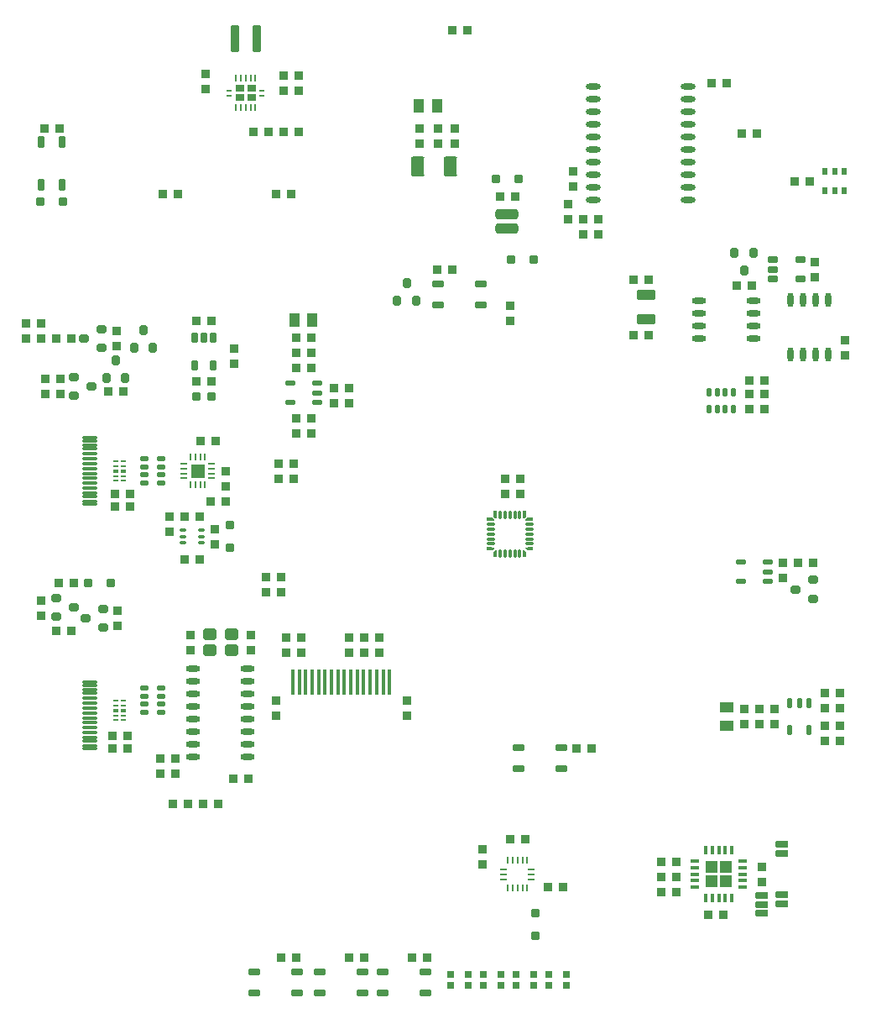
<source format=gtp>
G04*
G04 #@! TF.GenerationSoftware,Altium Limited,Altium Designer,19.1.5 (86)*
G04*
G04 Layer_Color=8421504*
%FSLAX25Y25*%
%MOIN*%
G70*
G01*
G75*
%ADD20R,0.01968X0.01024*%
%ADD21R,0.03740X0.02677*%
%ADD22R,0.04725X0.04724*%
%ADD23R,0.04724X0.04724*%
G04:AMPARAMS|DCode=24|XSize=50mil|YSize=80mil|CornerRadius=5mil|HoleSize=0mil|Usage=FLASHONLY|Rotation=180.000|XOffset=0mil|YOffset=0mil|HoleType=Round|Shape=RoundedRectangle|*
%AMROUNDEDRECTD24*
21,1,0.05000,0.07000,0,0,180.0*
21,1,0.04000,0.08000,0,0,180.0*
1,1,0.01000,-0.02000,0.03500*
1,1,0.01000,0.02000,0.03500*
1,1,0.01000,0.02000,-0.03500*
1,1,0.01000,-0.02000,-0.03500*
%
%ADD24ROUNDEDRECTD24*%
G04:AMPARAMS|DCode=25|XSize=35.43mil|YSize=31.5mil|CornerRadius=3.94mil|HoleSize=0mil|Usage=FLASHONLY|Rotation=0.000|XOffset=0mil|YOffset=0mil|HoleType=Round|Shape=RoundedRectangle|*
%AMROUNDEDRECTD25*
21,1,0.03543,0.02362,0,0,0.0*
21,1,0.02756,0.03150,0,0,0.0*
1,1,0.00787,0.01378,-0.01181*
1,1,0.00787,-0.01378,-0.01181*
1,1,0.00787,-0.01378,0.01181*
1,1,0.00787,0.01378,0.01181*
%
%ADD25ROUNDEDRECTD25*%
G04:AMPARAMS|DCode=26|XSize=42.5mil|YSize=55mil|CornerRadius=4.25mil|HoleSize=0mil|Usage=FLASHONLY|Rotation=0.000|XOffset=0mil|YOffset=0mil|HoleType=Round|Shape=RoundedRectangle|*
%AMROUNDEDRECTD26*
21,1,0.04250,0.04650,0,0,0.0*
21,1,0.03400,0.05500,0,0,0.0*
1,1,0.00850,0.01700,-0.02325*
1,1,0.00850,-0.01700,-0.02325*
1,1,0.00850,-0.01700,0.02325*
1,1,0.00850,0.01700,0.02325*
%
%ADD26ROUNDEDRECTD26*%
G04:AMPARAMS|DCode=27|XSize=31.5mil|YSize=31.5mil|CornerRadius=3.15mil|HoleSize=0mil|Usage=FLASHONLY|Rotation=0.000|XOffset=0mil|YOffset=0mil|HoleType=Round|Shape=RoundedRectangle|*
%AMROUNDEDRECTD27*
21,1,0.03150,0.02520,0,0,0.0*
21,1,0.02520,0.03150,0,0,0.0*
1,1,0.00630,0.01260,-0.01260*
1,1,0.00630,-0.01260,-0.01260*
1,1,0.00630,-0.01260,0.01260*
1,1,0.00630,0.01260,0.01260*
%
%ADD27ROUNDEDRECTD27*%
%ADD28O,0.00906X0.03150*%
G04:AMPARAMS|DCode=29|XSize=12mil|YSize=22mil|CornerRadius=3mil|HoleSize=0mil|Usage=FLASHONLY|Rotation=180.000|XOffset=0mil|YOffset=0mil|HoleType=Round|Shape=RoundedRectangle|*
%AMROUNDEDRECTD29*
21,1,0.01200,0.01600,0,0,180.0*
21,1,0.00600,0.02200,0,0,180.0*
1,1,0.00600,-0.00300,0.00800*
1,1,0.00600,0.00300,0.00800*
1,1,0.00600,0.00300,-0.00800*
1,1,0.00600,-0.00300,-0.00800*
%
%ADD29ROUNDEDRECTD29*%
G04:AMPARAMS|DCode=30|XSize=12mil|YSize=32mil|CornerRadius=3mil|HoleSize=0mil|Usage=FLASHONLY|Rotation=180.000|XOffset=0mil|YOffset=0mil|HoleType=Round|Shape=RoundedRectangle|*
%AMROUNDEDRECTD30*
21,1,0.01200,0.02600,0,0,180.0*
21,1,0.00600,0.03200,0,0,180.0*
1,1,0.00600,-0.00300,0.01300*
1,1,0.00600,0.00300,0.01300*
1,1,0.00600,0.00300,-0.01300*
1,1,0.00600,-0.00300,-0.01300*
%
%ADD30ROUNDEDRECTD30*%
G04:AMPARAMS|DCode=31|XSize=12mil|YSize=22mil|CornerRadius=3mil|HoleSize=0mil|Usage=FLASHONLY|Rotation=90.000|XOffset=0mil|YOffset=0mil|HoleType=Round|Shape=RoundedRectangle|*
%AMROUNDEDRECTD31*
21,1,0.01200,0.01600,0,0,90.0*
21,1,0.00600,0.02200,0,0,90.0*
1,1,0.00600,0.00800,0.00300*
1,1,0.00600,0.00800,-0.00300*
1,1,0.00600,-0.00800,-0.00300*
1,1,0.00600,-0.00800,0.00300*
%
%ADD31ROUNDEDRECTD31*%
G04:AMPARAMS|DCode=32|XSize=12mil|YSize=32mil|CornerRadius=3mil|HoleSize=0mil|Usage=FLASHONLY|Rotation=90.000|XOffset=0mil|YOffset=0mil|HoleType=Round|Shape=RoundedRectangle|*
%AMROUNDEDRECTD32*
21,1,0.01200,0.02600,0,0,90.0*
21,1,0.00600,0.03200,0,0,90.0*
1,1,0.00600,0.01300,0.00300*
1,1,0.00600,0.01300,-0.00300*
1,1,0.00600,-0.01300,-0.00300*
1,1,0.00600,-0.01300,0.00300*
%
%ADD32ROUNDEDRECTD32*%
G04:AMPARAMS|DCode=33|XSize=43.31mil|YSize=94.49mil|CornerRadius=17.32mil|HoleSize=0mil|Usage=FLASHONLY|Rotation=90.000|XOffset=0mil|YOffset=0mil|HoleType=Round|Shape=RoundedRectangle|*
%AMROUNDEDRECTD33*
21,1,0.04331,0.05984,0,0,90.0*
21,1,0.00866,0.09449,0,0,90.0*
1,1,0.03465,0.02992,0.00433*
1,1,0.03465,0.02992,-0.00433*
1,1,0.03465,-0.02992,-0.00433*
1,1,0.03465,-0.02992,0.00433*
%
%ADD33ROUNDEDRECTD33*%
%ADD34R,0.01260X0.10000*%
%ADD35O,0.05906X0.02362*%
%ADD36R,0.01968X0.03150*%
%ADD37R,0.02756X0.01102*%
%ADD38R,0.01102X0.02756*%
G04:AMPARAMS|DCode=39|XSize=23.62mil|YSize=43.31mil|CornerRadius=5.91mil|HoleSize=0mil|Usage=FLASHONLY|Rotation=90.000|XOffset=0mil|YOffset=0mil|HoleType=Round|Shape=RoundedRectangle|*
%AMROUNDEDRECTD39*
21,1,0.02362,0.03150,0,0,90.0*
21,1,0.01181,0.04331,0,0,90.0*
1,1,0.01181,0.01575,0.00591*
1,1,0.01181,0.01575,-0.00591*
1,1,0.01181,-0.01575,-0.00591*
1,1,0.01181,-0.01575,0.00591*
%
%ADD39ROUNDEDRECTD39*%
G04:AMPARAMS|DCode=40|XSize=31.5mil|YSize=106.3mil|CornerRadius=3.94mil|HoleSize=0mil|Usage=FLASHONLY|Rotation=180.000|XOffset=0mil|YOffset=0mil|HoleType=Round|Shape=RoundedRectangle|*
%AMROUNDEDRECTD40*
21,1,0.03150,0.09843,0,0,180.0*
21,1,0.02362,0.10630,0,0,180.0*
1,1,0.00787,-0.01181,0.04921*
1,1,0.00787,0.01181,0.04921*
1,1,0.00787,0.01181,-0.04921*
1,1,0.00787,-0.01181,-0.04921*
%
%ADD40ROUNDEDRECTD40*%
G04:AMPARAMS|DCode=41|XSize=11.81mil|YSize=25.98mil|CornerRadius=2.95mil|HoleSize=0mil|Usage=FLASHONLY|Rotation=90.000|XOffset=0mil|YOffset=0mil|HoleType=Round|Shape=RoundedRectangle|*
%AMROUNDEDRECTD41*
21,1,0.01181,0.02008,0,0,90.0*
21,1,0.00591,0.02598,0,0,90.0*
1,1,0.00591,0.01004,0.00295*
1,1,0.00591,0.01004,-0.00295*
1,1,0.00591,-0.01004,-0.00295*
1,1,0.00591,-0.01004,0.00295*
%
%ADD41ROUNDEDRECTD41*%
%ADD42R,0.05709X0.05709*%
%ADD43O,0.00984X0.02756*%
%ADD44O,0.02756X0.00984*%
G04:AMPARAMS|DCode=45|XSize=36.42mil|YSize=15.75mil|CornerRadius=3.94mil|HoleSize=0mil|Usage=FLASHONLY|Rotation=0.000|XOffset=0mil|YOffset=0mil|HoleType=Round|Shape=RoundedRectangle|*
%AMROUNDEDRECTD45*
21,1,0.03642,0.00787,0,0,0.0*
21,1,0.02854,0.01575,0,0,0.0*
1,1,0.00787,0.01427,-0.00394*
1,1,0.00787,-0.01427,-0.00394*
1,1,0.00787,-0.01427,0.00394*
1,1,0.00787,0.01427,0.00394*
%
%ADD45ROUNDEDRECTD45*%
G04:AMPARAMS|DCode=46|XSize=36.42mil|YSize=15.75mil|CornerRadius=3.94mil|HoleSize=0mil|Usage=FLASHONLY|Rotation=90.000|XOffset=0mil|YOffset=0mil|HoleType=Round|Shape=RoundedRectangle|*
%AMROUNDEDRECTD46*
21,1,0.03642,0.00787,0,0,90.0*
21,1,0.02854,0.01575,0,0,90.0*
1,1,0.00787,0.00394,0.01427*
1,1,0.00787,0.00394,-0.01427*
1,1,0.00787,-0.00394,-0.01427*
1,1,0.00787,-0.00394,0.01427*
%
%ADD46ROUNDEDRECTD46*%
G04:AMPARAMS|DCode=47|XSize=39.37mil|YSize=70.87mil|CornerRadius=4.92mil|HoleSize=0mil|Usage=FLASHONLY|Rotation=90.000|XOffset=0mil|YOffset=0mil|HoleType=Round|Shape=RoundedRectangle|*
%AMROUNDEDRECTD47*
21,1,0.03937,0.06102,0,0,90.0*
21,1,0.02953,0.07087,0,0,90.0*
1,1,0.00984,0.03051,0.01476*
1,1,0.00984,0.03051,-0.01476*
1,1,0.00984,-0.03051,-0.01476*
1,1,0.00984,-0.03051,0.01476*
%
%ADD47ROUNDEDRECTD47*%
%ADD48O,0.05709X0.02362*%
G04:AMPARAMS|DCode=49|XSize=27.56mil|YSize=27.56mil|CornerRadius=4.13mil|HoleSize=0mil|Usage=FLASHONLY|Rotation=0.000|XOffset=0mil|YOffset=0mil|HoleType=Round|Shape=RoundedRectangle|*
%AMROUNDEDRECTD49*
21,1,0.02756,0.01929,0,0,0.0*
21,1,0.01929,0.02756,0,0,0.0*
1,1,0.00827,0.00965,-0.00965*
1,1,0.00827,-0.00965,-0.00965*
1,1,0.00827,-0.00965,0.00965*
1,1,0.00827,0.00965,0.00965*
%
%ADD49ROUNDEDRECTD49*%
G04:AMPARAMS|DCode=50|XSize=25mil|YSize=50mil|CornerRadius=3.13mil|HoleSize=0mil|Usage=FLASHONLY|Rotation=90.000|XOffset=0mil|YOffset=0mil|HoleType=Round|Shape=RoundedRectangle|*
%AMROUNDEDRECTD50*
21,1,0.02500,0.04375,0,0,90.0*
21,1,0.01875,0.05000,0,0,90.0*
1,1,0.00625,0.02188,0.00938*
1,1,0.00625,0.02188,-0.00938*
1,1,0.00625,-0.02188,-0.00938*
1,1,0.00625,-0.02188,0.00938*
%
%ADD50ROUNDEDRECTD50*%
G04:AMPARAMS|DCode=51|XSize=7.87mil|YSize=20.67mil|CornerRadius=1.97mil|HoleSize=0mil|Usage=FLASHONLY|Rotation=90.000|XOffset=0mil|YOffset=0mil|HoleType=Round|Shape=RoundedRectangle|*
%AMROUNDEDRECTD51*
21,1,0.00787,0.01673,0,0,90.0*
21,1,0.00394,0.02067,0,0,90.0*
1,1,0.00394,0.00837,0.00197*
1,1,0.00394,0.00837,-0.00197*
1,1,0.00394,-0.00837,-0.00197*
1,1,0.00394,-0.00837,0.00197*
%
%ADD51ROUNDEDRECTD51*%
G04:AMPARAMS|DCode=52|XSize=15.75mil|YSize=20.67mil|CornerRadius=3.94mil|HoleSize=0mil|Usage=FLASHONLY|Rotation=90.000|XOffset=0mil|YOffset=0mil|HoleType=Round|Shape=RoundedRectangle|*
%AMROUNDEDRECTD52*
21,1,0.01575,0.01280,0,0,90.0*
21,1,0.00787,0.02067,0,0,90.0*
1,1,0.00787,0.00640,0.00394*
1,1,0.00787,0.00640,-0.00394*
1,1,0.00787,-0.00640,-0.00394*
1,1,0.00787,-0.00640,0.00394*
%
%ADD52ROUNDEDRECTD52*%
G04:AMPARAMS|DCode=53|XSize=35.43mil|YSize=31.5mil|CornerRadius=3.94mil|HoleSize=0mil|Usage=FLASHONLY|Rotation=90.000|XOffset=0mil|YOffset=0mil|HoleType=Round|Shape=RoundedRectangle|*
%AMROUNDEDRECTD53*
21,1,0.03543,0.02362,0,0,90.0*
21,1,0.02756,0.03150,0,0,90.0*
1,1,0.00787,0.01181,0.01378*
1,1,0.00787,0.01181,-0.01378*
1,1,0.00787,-0.01181,-0.01378*
1,1,0.00787,-0.01181,0.01378*
%
%ADD53ROUNDEDRECTD53*%
G04:AMPARAMS|DCode=54|XSize=17.72mil|YSize=35.43mil|CornerRadius=4.43mil|HoleSize=0mil|Usage=FLASHONLY|Rotation=270.000|XOffset=0mil|YOffset=0mil|HoleType=Round|Shape=RoundedRectangle|*
%AMROUNDEDRECTD54*
21,1,0.01772,0.02657,0,0,270.0*
21,1,0.00886,0.03543,0,0,270.0*
1,1,0.00886,-0.01329,-0.00443*
1,1,0.00886,-0.01329,0.00443*
1,1,0.00886,0.01329,0.00443*
1,1,0.00886,0.01329,-0.00443*
%
%ADD54ROUNDEDRECTD54*%
G04:AMPARAMS|DCode=55|XSize=59.06mil|YSize=11.81mil|CornerRadius=2.95mil|HoleSize=0mil|Usage=FLASHONLY|Rotation=0.000|XOffset=0mil|YOffset=0mil|HoleType=Round|Shape=RoundedRectangle|*
%AMROUNDEDRECTD55*
21,1,0.05906,0.00591,0,0,0.0*
21,1,0.05315,0.01181,0,0,0.0*
1,1,0.00591,0.02657,-0.00295*
1,1,0.00591,-0.02657,-0.00295*
1,1,0.00591,-0.02657,0.00295*
1,1,0.00591,0.02657,0.00295*
%
%ADD55ROUNDEDRECTD55*%
G04:AMPARAMS|DCode=56|XSize=45.28mil|YSize=55.12mil|CornerRadius=11.32mil|HoleSize=0mil|Usage=FLASHONLY|Rotation=270.000|XOffset=0mil|YOffset=0mil|HoleType=Round|Shape=RoundedRectangle|*
%AMROUNDEDRECTD56*
21,1,0.04528,0.03248,0,0,270.0*
21,1,0.02264,0.05512,0,0,270.0*
1,1,0.02264,-0.01624,-0.01132*
1,1,0.02264,-0.01624,0.01132*
1,1,0.02264,0.01624,0.01132*
1,1,0.02264,0.01624,-0.01132*
%
%ADD56ROUNDEDRECTD56*%
G04:AMPARAMS|DCode=57|XSize=31.58mil|YSize=38.27mil|CornerRadius=7.89mil|HoleSize=0mil|Usage=FLASHONLY|Rotation=270.000|XOffset=0mil|YOffset=0mil|HoleType=Round|Shape=RoundedRectangle|*
%AMROUNDEDRECTD57*
21,1,0.03158,0.02248,0,0,270.0*
21,1,0.01579,0.03827,0,0,270.0*
1,1,0.01579,-0.01124,-0.00789*
1,1,0.01579,-0.01124,0.00789*
1,1,0.01579,0.01124,0.00789*
1,1,0.01579,0.01124,-0.00789*
%
%ADD57ROUNDEDRECTD57*%
G04:AMPARAMS|DCode=58|XSize=35mil|YSize=35mil|CornerRadius=4.38mil|HoleSize=0mil|Usage=FLASHONLY|Rotation=90.000|XOffset=0mil|YOffset=0mil|HoleType=Round|Shape=RoundedRectangle|*
%AMROUNDEDRECTD58*
21,1,0.03500,0.02625,0,0,90.0*
21,1,0.02625,0.03500,0,0,90.0*
1,1,0.00875,0.01313,0.01313*
1,1,0.00875,0.01313,-0.01313*
1,1,0.00875,-0.01313,-0.01313*
1,1,0.00875,-0.01313,0.01313*
%
%ADD58ROUNDEDRECTD58*%
G04:AMPARAMS|DCode=59|XSize=35mil|YSize=35mil|CornerRadius=3.5mil|HoleSize=0mil|Usage=FLASHONLY|Rotation=90.000|XOffset=0mil|YOffset=0mil|HoleType=Round|Shape=RoundedRectangle|*
%AMROUNDEDRECTD59*
21,1,0.03500,0.02800,0,0,90.0*
21,1,0.02800,0.03500,0,0,90.0*
1,1,0.00700,0.01400,0.01400*
1,1,0.00700,0.01400,-0.01400*
1,1,0.00700,-0.01400,-0.01400*
1,1,0.00700,-0.01400,0.01400*
%
%ADD59ROUNDEDRECTD59*%
G04:AMPARAMS|DCode=60|XSize=42.5mil|YSize=55mil|CornerRadius=4.25mil|HoleSize=0mil|Usage=FLASHONLY|Rotation=90.000|XOffset=0mil|YOffset=0mil|HoleType=Round|Shape=RoundedRectangle|*
%AMROUNDEDRECTD60*
21,1,0.04250,0.04650,0,0,90.0*
21,1,0.03400,0.05500,0,0,90.0*
1,1,0.00850,0.02325,0.01700*
1,1,0.00850,0.02325,-0.01700*
1,1,0.00850,-0.02325,-0.01700*
1,1,0.00850,-0.02325,0.01700*
%
%ADD60ROUNDEDRECTD60*%
G04:AMPARAMS|DCode=61|XSize=21.65mil|YSize=39.37mil|CornerRadius=5.41mil|HoleSize=0mil|Usage=FLASHONLY|Rotation=0.000|XOffset=0mil|YOffset=0mil|HoleType=Round|Shape=RoundedRectangle|*
%AMROUNDEDRECTD61*
21,1,0.02165,0.02854,0,0,0.0*
21,1,0.01083,0.03937,0,0,0.0*
1,1,0.01083,0.00541,-0.01427*
1,1,0.01083,-0.00541,-0.01427*
1,1,0.01083,-0.00541,0.01427*
1,1,0.01083,0.00541,0.01427*
%
%ADD61ROUNDEDRECTD61*%
G04:AMPARAMS|DCode=62|XSize=25.59mil|YSize=47.24mil|CornerRadius=3.2mil|HoleSize=0mil|Usage=FLASHONLY|Rotation=90.000|XOffset=0mil|YOffset=0mil|HoleType=Round|Shape=RoundedRectangle|*
%AMROUNDEDRECTD62*
21,1,0.02559,0.04085,0,0,90.0*
21,1,0.01919,0.04724,0,0,90.0*
1,1,0.00640,0.02042,0.00960*
1,1,0.00640,0.02042,-0.00960*
1,1,0.00640,-0.02042,-0.00960*
1,1,0.00640,-0.02042,0.00960*
%
%ADD62ROUNDEDRECTD62*%
G04:AMPARAMS|DCode=63|XSize=35mil|YSize=35mil|CornerRadius=4.38mil|HoleSize=0mil|Usage=FLASHONLY|Rotation=180.000|XOffset=0mil|YOffset=0mil|HoleType=Round|Shape=RoundedRectangle|*
%AMROUNDEDRECTD63*
21,1,0.03500,0.02625,0,0,180.0*
21,1,0.02625,0.03500,0,0,180.0*
1,1,0.00875,-0.01313,0.01313*
1,1,0.00875,0.01313,0.01313*
1,1,0.00875,0.01313,-0.01313*
1,1,0.00875,-0.01313,-0.01313*
%
%ADD63ROUNDEDRECTD63*%
G04:AMPARAMS|DCode=64|XSize=35mil|YSize=35mil|CornerRadius=3.5mil|HoleSize=0mil|Usage=FLASHONLY|Rotation=0.000|XOffset=0mil|YOffset=0mil|HoleType=Round|Shape=RoundedRectangle|*
%AMROUNDEDRECTD64*
21,1,0.03500,0.02800,0,0,0.0*
21,1,0.02800,0.03500,0,0,0.0*
1,1,0.00700,0.01400,-0.01400*
1,1,0.00700,-0.01400,-0.01400*
1,1,0.00700,-0.01400,0.01400*
1,1,0.00700,0.01400,0.01400*
%
%ADD64ROUNDEDRECTD64*%
G04:AMPARAMS|DCode=65|XSize=31.58mil|YSize=38.27mil|CornerRadius=7.89mil|HoleSize=0mil|Usage=FLASHONLY|Rotation=180.000|XOffset=0mil|YOffset=0mil|HoleType=Round|Shape=RoundedRectangle|*
%AMROUNDEDRECTD65*
21,1,0.03158,0.02248,0,0,180.0*
21,1,0.01579,0.03827,0,0,180.0*
1,1,0.01579,-0.00789,0.01124*
1,1,0.01579,0.00789,0.01124*
1,1,0.01579,0.00789,-0.01124*
1,1,0.01579,-0.00789,-0.01124*
%
%ADD65ROUNDEDRECTD65*%
G04:AMPARAMS|DCode=66|XSize=17.72mil|YSize=35.43mil|CornerRadius=4.43mil|HoleSize=0mil|Usage=FLASHONLY|Rotation=180.000|XOffset=0mil|YOffset=0mil|HoleType=Round|Shape=RoundedRectangle|*
%AMROUNDEDRECTD66*
21,1,0.01772,0.02657,0,0,180.0*
21,1,0.00886,0.03543,0,0,180.0*
1,1,0.00886,-0.00443,0.01329*
1,1,0.00886,0.00443,0.01329*
1,1,0.00886,0.00443,-0.01329*
1,1,0.00886,-0.00443,-0.01329*
%
%ADD66ROUNDEDRECTD66*%
G04:AMPARAMS|DCode=67|XSize=23.62mil|YSize=43.31mil|CornerRadius=5.91mil|HoleSize=0mil|Usage=FLASHONLY|Rotation=0.000|XOffset=0mil|YOffset=0mil|HoleType=Round|Shape=RoundedRectangle|*
%AMROUNDEDRECTD67*
21,1,0.02362,0.03150,0,0,0.0*
21,1,0.01181,0.04331,0,0,0.0*
1,1,0.01181,0.00591,-0.01575*
1,1,0.01181,-0.00591,-0.01575*
1,1,0.01181,-0.00591,0.01575*
1,1,0.01181,0.00591,0.01575*
%
%ADD67ROUNDEDRECTD67*%
G04:AMPARAMS|DCode=68|XSize=21.65mil|YSize=39.37mil|CornerRadius=5.41mil|HoleSize=0mil|Usage=FLASHONLY|Rotation=270.000|XOffset=0mil|YOffset=0mil|HoleType=Round|Shape=RoundedRectangle|*
%AMROUNDEDRECTD68*
21,1,0.02165,0.02854,0,0,270.0*
21,1,0.01083,0.03937,0,0,270.0*
1,1,0.01083,-0.01427,-0.00541*
1,1,0.01083,-0.01427,0.00541*
1,1,0.01083,0.01427,0.00541*
1,1,0.01083,0.01427,-0.00541*
%
%ADD68ROUNDEDRECTD68*%
%ADD69O,0.02362X0.05709*%
G04:AMPARAMS|DCode=70|XSize=25.59mil|YSize=47.24mil|CornerRadius=3.2mil|HoleSize=0mil|Usage=FLASHONLY|Rotation=180.000|XOffset=0mil|YOffset=0mil|HoleType=Round|Shape=RoundedRectangle|*
%AMROUNDEDRECTD70*
21,1,0.02559,0.04085,0,0,180.0*
21,1,0.01919,0.04724,0,0,180.0*
1,1,0.00640,-0.00960,0.02042*
1,1,0.00640,0.00960,0.02042*
1,1,0.00640,0.00960,-0.02042*
1,1,0.00640,-0.00960,-0.02042*
%
%ADD70ROUNDEDRECTD70*%
G36*
X-6300Y-15800D02*
X-7000Y-16500D01*
X-7400D01*
Y-15300D01*
X-6300D01*
Y-15800D01*
D02*
G37*
G36*
X-5300Y-17400D02*
X-6500D01*
Y-17000D01*
X-5800Y-16300D01*
X-5300D01*
Y-17400D01*
D02*
G37*
G36*
Y-3700D02*
X-5800D01*
X-6500Y-3000D01*
Y-2600D01*
X-5300D01*
Y-3700D01*
D02*
G37*
G36*
X-6300Y-4200D02*
Y-4700D01*
X-7400D01*
Y-3500D01*
X-7000D01*
X-6300Y-4200D01*
D02*
G37*
G36*
X7400Y-16500D02*
X7000D01*
X6300Y-15800D01*
Y-15300D01*
X7400D01*
Y-16500D01*
D02*
G37*
G36*
X6500Y-17000D02*
Y-17400D01*
X5300D01*
Y-16300D01*
X5800D01*
X6500Y-17000D01*
D02*
G37*
G36*
Y-3000D02*
X5800Y-3700D01*
X5300D01*
Y-2600D01*
X6500D01*
Y-3000D01*
D02*
G37*
G36*
X7400Y-4700D02*
X6300D01*
Y-4200D01*
X7000Y-3500D01*
X7400D01*
Y-4700D01*
D02*
G37*
D20*
X-111417Y165984D02*
D03*
X-111417Y164016D02*
D03*
X-98582Y164015D02*
D03*
X-98582Y165984D02*
D03*
D21*
X-107303Y166772D02*
D03*
Y163228D02*
D03*
X-102697Y163228D02*
D03*
X-102697Y166772D02*
D03*
D22*
X85953Y-147952D02*
D03*
X80047D02*
D03*
D23*
X85953Y-142047D02*
D03*
X80047D02*
D03*
D24*
X-36500Y136000D02*
D03*
X-23500D02*
D03*
D25*
X9528Y99000D02*
D03*
X472D02*
D03*
X-167527Y-29500D02*
D03*
X-158472D02*
D03*
X-177472Y122000D02*
D03*
X-186528D02*
D03*
X-5528Y131000D02*
D03*
X3528D02*
D03*
D26*
X-36126Y160000D02*
D03*
X-28874D02*
D03*
X-85626Y75000D02*
D03*
X-78374D02*
D03*
D27*
X-124500Y44500D02*
D03*
X-118500D02*
D03*
D28*
X-101063Y159193D02*
D03*
X-103032D02*
D03*
X-105000D02*
D03*
X-106968D02*
D03*
X-108937D02*
D03*
Y170807D02*
D03*
X-106968D02*
D03*
X-105000D02*
D03*
X-103032D02*
D03*
X-101063D02*
D03*
D29*
X5906Y-1850D02*
D03*
X-5906D02*
D03*
Y-18150D02*
D03*
X5906D02*
D03*
D30*
X3937Y-2350D02*
D03*
X1969D02*
D03*
X0D02*
D03*
X-1969D02*
D03*
X-3937D02*
D03*
Y-17650D02*
D03*
X-1969D02*
D03*
X0D02*
D03*
X1969D02*
D03*
X3937D02*
D03*
D31*
X-8150Y-4095D02*
D03*
Y-15905D02*
D03*
X8150D02*
D03*
Y-4095D02*
D03*
D32*
X-7650Y-6063D02*
D03*
Y-8032D02*
D03*
Y-10000D02*
D03*
Y-11969D02*
D03*
Y-13937D02*
D03*
X7650D02*
D03*
Y-11969D02*
D03*
Y-10000D02*
D03*
Y-8032D02*
D03*
Y-6063D02*
D03*
D33*
X-1315Y111047D02*
D03*
Y116953D02*
D03*
D34*
X-75957Y-68728D02*
D03*
X-83634D02*
D03*
X-50366D02*
D03*
X-58043D02*
D03*
X-86193D02*
D03*
X-78516D02*
D03*
X-81075D02*
D03*
X-68279D02*
D03*
X-70839D02*
D03*
X-73398D02*
D03*
X-60602D02*
D03*
X-63161D02*
D03*
X-65720D02*
D03*
X-52925D02*
D03*
X-55484D02*
D03*
X-47807D02*
D03*
D35*
X33268Y167500D02*
D03*
Y162500D02*
D03*
Y157500D02*
D03*
Y152500D02*
D03*
Y147500D02*
D03*
Y142500D02*
D03*
Y137500D02*
D03*
Y132500D02*
D03*
Y127500D02*
D03*
Y122500D02*
D03*
X70669Y167500D02*
D03*
Y162500D02*
D03*
Y157500D02*
D03*
Y152500D02*
D03*
Y147500D02*
D03*
Y142500D02*
D03*
Y137500D02*
D03*
Y132500D02*
D03*
Y127500D02*
D03*
Y122500D02*
D03*
D36*
X132937Y133937D02*
D03*
X129000D02*
D03*
X125063D02*
D03*
Y126063D02*
D03*
X129000D02*
D03*
X132937D02*
D03*
D37*
X8512Y-143032D02*
D03*
Y-145000D02*
D03*
Y-146968D02*
D03*
X-2512D02*
D03*
Y-145000D02*
D03*
Y-143032D02*
D03*
D38*
X6937Y-150512D02*
D03*
X4968D02*
D03*
X3000D02*
D03*
X1031D02*
D03*
X-937D02*
D03*
Y-139488D02*
D03*
X1031D02*
D03*
X3000D02*
D03*
X4968D02*
D03*
X6937D02*
D03*
D39*
X104488Y98709D02*
D03*
Y94968D02*
D03*
Y91228D02*
D03*
X115512D02*
D03*
Y98709D02*
D03*
D40*
X-109330Y186379D02*
D03*
X-100669D02*
D03*
D41*
X-122559Y-8441D02*
D03*
Y-11000D02*
D03*
Y-13559D02*
D03*
X-129803D02*
D03*
Y-11000D02*
D03*
Y-8441D02*
D03*
D42*
X-124000Y15000D02*
D03*
D43*
X-121047Y20512D02*
D03*
X-123016D02*
D03*
X-124984D02*
D03*
X-126953D02*
D03*
X-121047Y9488D02*
D03*
X-123016D02*
D03*
X-124984D02*
D03*
X-126953D02*
D03*
D44*
X-118488Y12047D02*
D03*
Y14016D02*
D03*
Y15984D02*
D03*
Y17953D02*
D03*
X-129512Y12047D02*
D03*
Y14016D02*
D03*
Y15984D02*
D03*
Y17953D02*
D03*
D45*
X73404Y-150118D02*
D03*
X92596D02*
D03*
Y-147559D02*
D03*
Y-145000D02*
D03*
Y-142441D02*
D03*
Y-139882D02*
D03*
X73404D02*
D03*
Y-142441D02*
D03*
Y-145000D02*
D03*
Y-147559D02*
D03*
D46*
X77882Y-154596D02*
D03*
X80441D02*
D03*
X83000D02*
D03*
X85559D02*
D03*
X88118D02*
D03*
Y-135403D02*
D03*
X85559D02*
D03*
X83000D02*
D03*
X80441D02*
D03*
X77882D02*
D03*
D47*
X54000Y75079D02*
D03*
Y84921D02*
D03*
D48*
X-104272Y-98500D02*
D03*
Y-93500D02*
D03*
Y-88500D02*
D03*
Y-83500D02*
D03*
Y-78500D02*
D03*
Y-73500D02*
D03*
Y-68500D02*
D03*
Y-63500D02*
D03*
X-125728Y-98500D02*
D03*
Y-93500D02*
D03*
Y-88500D02*
D03*
Y-83500D02*
D03*
Y-78500D02*
D03*
Y-73500D02*
D03*
Y-68500D02*
D03*
Y-63500D02*
D03*
X96728Y67500D02*
D03*
Y72500D02*
D03*
Y77500D02*
D03*
Y82500D02*
D03*
X75272Y67500D02*
D03*
Y72500D02*
D03*
Y77500D02*
D03*
Y82500D02*
D03*
D49*
X2398Y-189165D02*
D03*
Y-184835D02*
D03*
X9602D02*
D03*
Y-189165D02*
D03*
X15398D02*
D03*
Y-184835D02*
D03*
X22602D02*
D03*
Y-189165D02*
D03*
X-23602D02*
D03*
Y-184835D02*
D03*
X-16398D02*
D03*
Y-189165D02*
D03*
X-10602D02*
D03*
Y-184835D02*
D03*
X-3398D02*
D03*
Y-189165D02*
D03*
D50*
X100000Y-153500D02*
D03*
Y-157000D02*
D03*
Y-160500D02*
D03*
X108000Y-156762D02*
D03*
Y-153238D02*
D03*
Y-136762D02*
D03*
Y-133238D02*
D03*
D51*
X-156526Y-81968D02*
D03*
Y-83937D02*
D03*
X-153474Y-76063D02*
D03*
Y-78031D02*
D03*
X-156526Y-76063D02*
D03*
Y-78031D02*
D03*
X-153474Y-83937D02*
D03*
Y-81968D02*
D03*
Y13032D02*
D03*
Y11063D02*
D03*
X-156526Y16969D02*
D03*
Y18937D02*
D03*
X-153474Y16969D02*
D03*
Y18937D02*
D03*
X-156526Y11063D02*
D03*
Y13032D02*
D03*
D52*
Y-80000D02*
D03*
X-153474D02*
D03*
Y15000D02*
D03*
X-156526D02*
D03*
D53*
X-111181Y-15528D02*
D03*
Y-6472D02*
D03*
X10000Y-169527D02*
D03*
Y-160472D02*
D03*
D54*
X-138654Y-74425D02*
D03*
Y-71276D02*
D03*
Y-80724D02*
D03*
Y-77575D02*
D03*
X-145346D02*
D03*
Y-80724D02*
D03*
Y-71276D02*
D03*
Y-74425D02*
D03*
Y16575D02*
D03*
Y19724D02*
D03*
Y10276D02*
D03*
Y13425D02*
D03*
X-138654D02*
D03*
Y10276D02*
D03*
Y19724D02*
D03*
Y16575D02*
D03*
D55*
X-167000Y-95173D02*
D03*
Y-93992D02*
D03*
Y-92024D02*
D03*
Y-90842D02*
D03*
Y-88874D02*
D03*
Y-86905D02*
D03*
Y-84937D02*
D03*
Y-82968D02*
D03*
Y-81000D02*
D03*
Y-79031D02*
D03*
Y-77063D02*
D03*
Y-75094D02*
D03*
Y-73126D02*
D03*
Y-71945D02*
D03*
Y-69976D02*
D03*
Y-68795D02*
D03*
Y1827D02*
D03*
Y3008D02*
D03*
Y4976D02*
D03*
Y6157D02*
D03*
Y8126D02*
D03*
Y10095D02*
D03*
Y12063D02*
D03*
Y14031D02*
D03*
Y16000D02*
D03*
Y17968D02*
D03*
Y19937D02*
D03*
Y21905D02*
D03*
Y23874D02*
D03*
Y25055D02*
D03*
Y27024D02*
D03*
Y28205D02*
D03*
D56*
X-119331Y-56150D02*
D03*
Y-49850D02*
D03*
X-110669Y-56150D02*
D03*
Y-49850D02*
D03*
D57*
X-161516Y-47240D02*
D03*
Y-39760D02*
D03*
X-168484Y-43500D02*
D03*
X-162067Y63740D02*
D03*
Y71220D02*
D03*
X-169035Y67480D02*
D03*
X-173035Y52220D02*
D03*
Y44740D02*
D03*
X-166067Y48480D02*
D03*
X113516Y-32000D02*
D03*
X120484Y-28260D02*
D03*
Y-35740D02*
D03*
X-180280Y-35311D02*
D03*
Y-42791D02*
D03*
X-173311Y-39051D02*
D03*
D58*
X60000Y-140000D02*
D03*
Y-146000D02*
D03*
X-109500Y63500D02*
D03*
Y57500D02*
D03*
X-156051Y64480D02*
D03*
Y70480D02*
D03*
X-11000Y-141000D02*
D03*
Y-135000D02*
D03*
X-91000Y-33000D02*
D03*
Y-27000D02*
D03*
X-97000Y-33000D02*
D03*
Y-27000D02*
D03*
X-22000Y145000D02*
D03*
Y151000D02*
D03*
X0Y80500D02*
D03*
Y74500D02*
D03*
X-117181Y-14000D02*
D03*
Y-8000D02*
D03*
X-135181Y-3000D02*
D03*
Y-9000D02*
D03*
X-186260Y-36516D02*
D03*
Y-42516D02*
D03*
X-156000Y-46500D02*
D03*
Y-40500D02*
D03*
X-79000Y62000D02*
D03*
Y68000D02*
D03*
X-85000Y62000D02*
D03*
Y68000D02*
D03*
X23000Y115000D02*
D03*
Y121000D02*
D03*
X108500Y-27500D02*
D03*
Y-21500D02*
D03*
X131000Y-73000D02*
D03*
Y-79000D02*
D03*
D59*
X125000D02*
D03*
Y-73000D02*
D03*
X-90000Y172000D02*
D03*
Y166000D02*
D03*
X-84000Y172000D02*
D03*
Y166000D02*
D03*
X-28500Y151000D02*
D03*
Y145000D02*
D03*
X-120999Y172379D02*
D03*
Y166379D02*
D03*
X25032Y134000D02*
D03*
Y128000D02*
D03*
X121000Y97969D02*
D03*
Y91969D02*
D03*
X-93000Y-76000D02*
D03*
Y-82000D02*
D03*
X-52000Y-51000D02*
D03*
Y-57000D02*
D03*
X-41000Y-76000D02*
D03*
Y-82000D02*
D03*
X-36000Y145000D02*
D03*
Y151000D02*
D03*
X133000Y67000D02*
D03*
Y61000D02*
D03*
X-103000Y-56000D02*
D03*
Y-50000D02*
D03*
X-127000Y-50000D02*
D03*
Y-56000D02*
D03*
X-113000Y15000D02*
D03*
Y9000D02*
D03*
X29000Y115000D02*
D03*
Y109000D02*
D03*
X35000Y115000D02*
D03*
Y109000D02*
D03*
X66000Y-146000D02*
D03*
Y-140000D02*
D03*
X100000Y-148000D02*
D03*
Y-142000D02*
D03*
X125000Y-92000D02*
D03*
Y-86000D02*
D03*
X131000Y-92000D02*
D03*
Y-86000D02*
D03*
X105000Y-79500D02*
D03*
Y-85500D02*
D03*
D60*
X86000Y-86126D02*
D03*
Y-78874D02*
D03*
D61*
X118740Y-87815D02*
D03*
X111260D02*
D03*
Y-77185D02*
D03*
X115000D02*
D03*
X118740D02*
D03*
D62*
X20465Y-103232D02*
D03*
X3535D02*
D03*
X20465Y-94768D02*
D03*
X3535D02*
D03*
X-84535Y-192232D02*
D03*
X-101465D02*
D03*
X-84535Y-183768D02*
D03*
X-101465D02*
D03*
X-75465D02*
D03*
X-58535D02*
D03*
X-75465Y-192232D02*
D03*
X-58535D02*
D03*
X-33535D02*
D03*
X-50465D02*
D03*
X-33535Y-183768D02*
D03*
X-50465D02*
D03*
X-28465Y89232D02*
D03*
X-11535D02*
D03*
X-28465Y80768D02*
D03*
X-11535D02*
D03*
D63*
X-17000Y190000D02*
D03*
X-23000D02*
D03*
X-180051Y67480D02*
D03*
X-174051D02*
D03*
X-151000Y6000D02*
D03*
X-157000D02*
D03*
X-124500Y50500D02*
D03*
X-118500D02*
D03*
X-157000Y1000D02*
D03*
X-151000D02*
D03*
X-192051Y67480D02*
D03*
X-186051D02*
D03*
X-128000Y-117000D02*
D03*
X-134000D02*
D03*
X-115870D02*
D03*
X-121870D02*
D03*
X-153551Y46480D02*
D03*
X-159551D02*
D03*
X6000Y-131000D02*
D03*
X0D02*
D03*
X-184551Y45480D02*
D03*
X-178551D02*
D03*
X-184551Y51480D02*
D03*
X-178551D02*
D03*
X-89999Y149379D02*
D03*
X-83999D02*
D03*
X-95999D02*
D03*
X-101999D02*
D03*
X-93000Y125000D02*
D03*
X-87000D02*
D03*
X95000Y39425D02*
D03*
X101000D02*
D03*
X95000Y45425D02*
D03*
X101000D02*
D03*
X-4000Y124000D02*
D03*
X2000D02*
D03*
X-89000Y-51000D02*
D03*
X-83000D02*
D03*
X-138000Y125000D02*
D03*
X-132000D02*
D03*
X101000Y51000D02*
D03*
X95000D02*
D03*
X-158000Y-90000D02*
D03*
X-152000D02*
D03*
X-152000Y-95000D02*
D03*
X-158000D02*
D03*
X-129181Y-3000D02*
D03*
X-123181D02*
D03*
Y-20000D02*
D03*
X-129181D02*
D03*
X-173260Y-29516D02*
D03*
X-179260D02*
D03*
X-174260Y-48516D02*
D03*
X-180260D02*
D03*
X-86000Y12000D02*
D03*
X-92000D02*
D03*
X-86000Y18000D02*
D03*
X-92000D02*
D03*
X-64000Y42000D02*
D03*
X-70000D02*
D03*
X114500Y-21500D02*
D03*
X120500D02*
D03*
X86000Y169000D02*
D03*
X80000D02*
D03*
X92000Y149000D02*
D03*
X98000D02*
D03*
X84700Y-161000D02*
D03*
X78700D02*
D03*
X99000Y-85500D02*
D03*
X93000D02*
D03*
X99000Y-79500D02*
D03*
X93000D02*
D03*
X-185000Y151000D02*
D03*
X-179000D02*
D03*
X32500Y-95000D02*
D03*
X26500D02*
D03*
D64*
X-124500Y74500D02*
D03*
X-118500D02*
D03*
X-186051Y73480D02*
D03*
X-192051D02*
D03*
X-2000Y6000D02*
D03*
X4000D02*
D03*
X-29000Y95000D02*
D03*
X-23000D02*
D03*
X119000Y130000D02*
D03*
X113000D02*
D03*
X15000Y-150000D02*
D03*
X21000D02*
D03*
X-64000Y-57000D02*
D03*
X-58000D02*
D03*
X-83000D02*
D03*
X-89000D02*
D03*
X-58000Y-51000D02*
D03*
X-64000D02*
D03*
X-119000Y3000D02*
D03*
X-113000D02*
D03*
X55000Y69000D02*
D03*
X49000D02*
D03*
X90000Y88516D02*
D03*
X96000D02*
D03*
X55000Y91000D02*
D03*
X49000D02*
D03*
X-85000Y-178000D02*
D03*
X-91000D02*
D03*
X-64000D02*
D03*
X-58000D02*
D03*
X-39000D02*
D03*
X-33000D02*
D03*
X-2000Y12000D02*
D03*
X4000D02*
D03*
X-117000Y27000D02*
D03*
X-123000D02*
D03*
X-139000Y-105000D02*
D03*
X-133000D02*
D03*
Y-99000D02*
D03*
X-139000D02*
D03*
X-110000Y-107000D02*
D03*
X-104000D02*
D03*
X-85000Y30000D02*
D03*
X-79000D02*
D03*
X-70000Y48000D02*
D03*
X-64000D02*
D03*
X-85000Y36000D02*
D03*
X-79000D02*
D03*
X-79000Y56000D02*
D03*
X-85000D02*
D03*
X66000Y-152000D02*
D03*
X60000D02*
D03*
D65*
X-160291Y51996D02*
D03*
X-152811D02*
D03*
X-156551Y58965D02*
D03*
X-44740Y82516D02*
D03*
X-37260D02*
D03*
X-41000Y89484D02*
D03*
X-149291Y63996D02*
D03*
X-141811D02*
D03*
X-145551Y70965D02*
D03*
X93000Y94516D02*
D03*
X89260Y101484D02*
D03*
X96740D02*
D03*
D66*
X85575Y39654D02*
D03*
X88724D02*
D03*
X79276D02*
D03*
X82425D02*
D03*
Y46347D02*
D03*
X79276D02*
D03*
X88724D02*
D03*
X85575D02*
D03*
D67*
X-117760Y68012D02*
D03*
X-121500D02*
D03*
X-125240D02*
D03*
Y56988D02*
D03*
X-117760D02*
D03*
D68*
X-76685Y42260D02*
D03*
Y46000D02*
D03*
Y49740D02*
D03*
X-87315D02*
D03*
Y42260D02*
D03*
X102315Y-28740D02*
D03*
Y-25000D02*
D03*
Y-21260D02*
D03*
X91685D02*
D03*
Y-28740D02*
D03*
D69*
X111500Y61272D02*
D03*
X116500D02*
D03*
X121500D02*
D03*
X126500D02*
D03*
X111500Y82728D02*
D03*
X116500D02*
D03*
X121500D02*
D03*
X126500D02*
D03*
D70*
X-177768Y145465D02*
D03*
Y128535D02*
D03*
X-186232Y145465D02*
D03*
Y128535D02*
D03*
M02*

</source>
